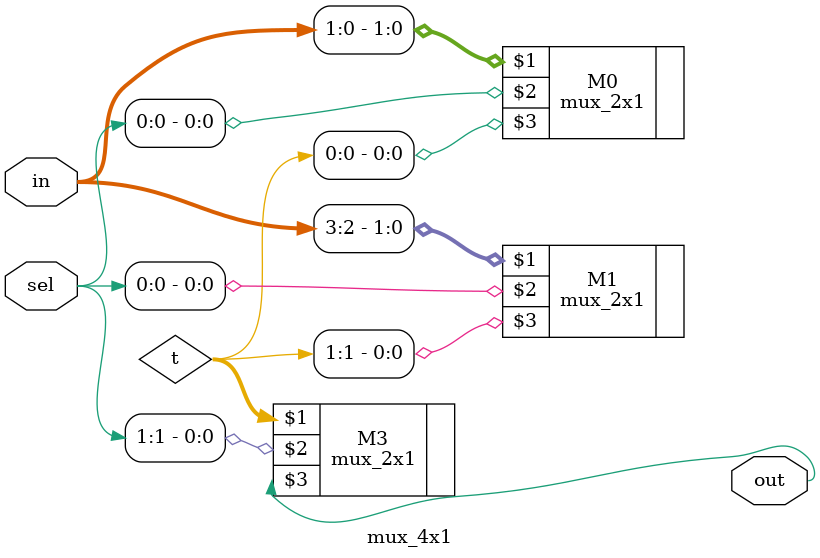
<source format=v>

/*module mux_4x1(in, sel, out):

input [3:0]in;
input [1:0]sel;
output out;

assign out = in[sel];

endmodule*/

//implementing 4x1 mux using 3 2x1 mux

`include"mux_2x1.v"
module mux_4x1(in, sel, out);

input [3:0]in; 
input [1:0]sel;
output out;
wire [1:0]t;

mux_2x1 M0(in[1:0], sel[0], t[0]); 
mux_2x1 M1(in[3:2], sel[0], t[1]); 
mux_2x1 M3(t, sel[1], out); 

endmodule
</source>
